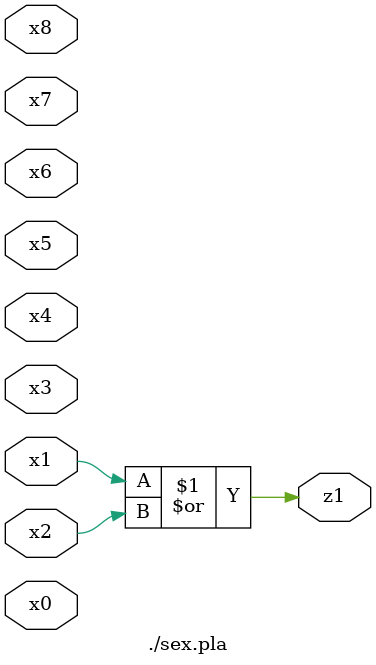
<source format=v>

module \./sex.pla  ( 
    x0, x1, x2, x3, x4, x5, x6, x7, x8,
    z1  );
  input  x0, x1, x2, x3, x4, x5, x6, x7, x8;
  output z1;
  assign z1 = x1 | x2;
endmodule



</source>
